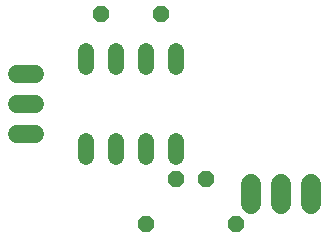
<source format=gbr>
G04 EAGLE Gerber RS-274X export*
G75*
%MOMM*%
%FSLAX34Y34*%
%LPD*%
%INBottom Copper*%
%IPPOS*%
%AMOC8*
5,1,8,0,0,1.08239X$1,22.5*%
G01*
%ADD10P,1.429621X8X202.500000*%
%ADD11P,1.429621X8X22.500000*%
%ADD12C,1.320800*%
%ADD13C,1.524000*%
%ADD14C,1.676400*%


D10*
X190500Y406400D03*
X139700Y406400D03*
D11*
X203200Y266700D03*
X228600Y266700D03*
D12*
X203200Y361696D02*
X203200Y374904D01*
X177800Y374904D02*
X177800Y361696D01*
X177800Y298704D02*
X177800Y285496D01*
X203200Y285496D02*
X203200Y298704D01*
X152400Y361696D02*
X152400Y374904D01*
X127000Y374904D02*
X127000Y361696D01*
X152400Y298704D02*
X152400Y285496D01*
X127000Y285496D02*
X127000Y298704D01*
D13*
X83820Y355600D02*
X68580Y355600D01*
X68580Y330200D02*
X83820Y330200D01*
X83820Y304800D02*
X68580Y304800D01*
D14*
X266700Y262382D02*
X266700Y245618D01*
X292100Y245618D02*
X292100Y262382D01*
X317500Y262382D02*
X317500Y245618D01*
D11*
X177800Y228600D03*
X254000Y228600D03*
M02*

</source>
